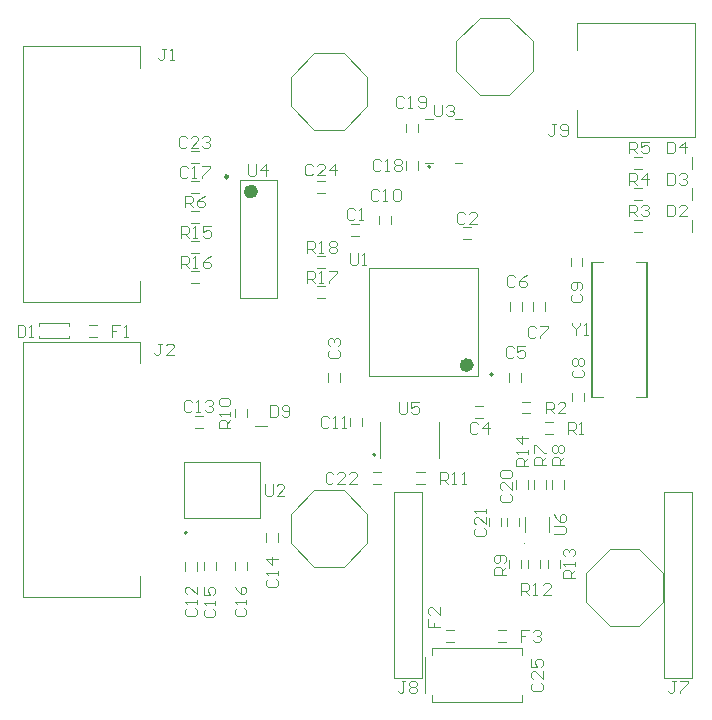
<source format=gto>
G04*
G04 #@! TF.GenerationSoftware,Altium Limited,Altium Designer,20.0.11 (256)*
G04*
G04 Layer_Color=65535*
%FSLAX44Y44*%
%MOMM*%
G71*
G01*
G75*
%ADD10C,0.2000*%
%ADD11C,0.6000*%
%ADD12C,0.2500*%
%ADD13C,0.1000*%
%ADD14C,0.1270*%
D10*
X299250Y212500D02*
G03*
X299250Y212500I-1000J0D01*
G01*
X345800Y456250D02*
G03*
X345800Y456250I-1000J0D01*
G01*
X139501Y146520D02*
G03*
X139501Y146520I-1000J0D01*
G01*
X398501Y280500D02*
G03*
X398501Y280500I-1000J0D01*
G01*
D11*
X196750Y435450D02*
G03*
X196750Y435450I-3000J0D01*
G01*
X379501Y288500D02*
G03*
X379501Y288500I-3000J0D01*
G01*
D12*
X174250Y447900D02*
G03*
X174250Y447900I-1250J0D01*
G01*
D13*
X425629Y137699D02*
G03*
X425629Y137699I-500J0D01*
G01*
X353250Y210000D02*
Y240000D01*
X303250Y210000D02*
Y240000D01*
X143210Y393620D02*
X150210D01*
X143210Y383620D02*
X150210D01*
X143210Y368220D02*
X150210D01*
X143210Y358220D02*
X150210D01*
X249840Y345520D02*
X256840D01*
X249840Y355520D02*
X256840D01*
X249840Y370920D02*
X256840D01*
X249840Y380920D02*
X256840D01*
X249840Y434420D02*
X256840D01*
X249840Y444420D02*
X256840D01*
X341000Y11000D02*
Y41000D01*
X347000Y3000D02*
Y9000D01*
Y3000D02*
X423000D01*
Y9000D01*
Y43000D02*
Y49000D01*
X347000D02*
X423000D01*
X347000Y43000D02*
Y49000D01*
X184250Y344950D02*
X216250D01*
X184250Y444950D02*
X216250D01*
Y344950D02*
Y444950D01*
X184250Y344950D02*
Y444950D01*
X143210Y444420D02*
X150210D01*
X143210Y434420D02*
X150210D01*
X143210Y459820D02*
X150210D01*
X143210Y469820D02*
X150210D01*
X143210Y409020D02*
X150210D01*
X143210Y419020D02*
X150210D01*
X403000Y64000D02*
X410000D01*
X403000Y54000D02*
X410000D01*
X426250Y147420D02*
Y159920D01*
X446250Y147420D02*
Y159920D01*
X459030Y183800D02*
Y190800D01*
X449030Y183800D02*
Y190800D01*
X443790Y183800D02*
Y190800D01*
X433790Y183800D02*
Y190800D01*
X412200Y116490D02*
Y123490D01*
X422200Y116490D02*
Y123490D01*
X428710Y116490D02*
Y123490D01*
X438710Y116490D02*
Y123490D01*
X445220Y116540D02*
Y123540D01*
X455220Y116540D02*
Y123540D01*
X418550Y183800D02*
Y190800D01*
X428550Y183800D02*
Y190800D01*
X56850Y312500D02*
X63850D01*
X56850Y322500D02*
X63850D01*
X359000Y54000D02*
X366000D01*
X359000Y64000D02*
X366000D01*
X367500Y537500D02*
Y562500D01*
Y537500D02*
X387500Y517500D01*
X367500Y562500D02*
X387500Y582500D01*
X412500D01*
X387500Y517500D02*
X412500D01*
X432500Y537500D02*
Y562500D01*
X412500Y517500D02*
X432500Y537500D01*
X412500Y582500D02*
X432500Y562500D01*
X477500Y87500D02*
Y112500D01*
Y87500D02*
X497500Y67500D01*
X477500Y112500D02*
X497500Y132500D01*
X522500D01*
X497500Y67500D02*
X522500D01*
X542500Y87500D02*
Y112500D01*
X522500Y67500D02*
X542500Y87500D01*
X522500Y132500D02*
X542500Y112500D01*
X227500Y137500D02*
Y162500D01*
Y137500D02*
X247500Y117500D01*
X227500Y162500D02*
X247500Y182500D01*
X272500D01*
X247500Y117500D02*
X272500D01*
X292500Y137500D02*
Y162500D01*
X272500Y117500D02*
X292500Y137500D01*
X272500Y182500D02*
X292500Y162500D01*
X227500Y507500D02*
Y532500D01*
Y507500D02*
X247500Y487500D01*
X227500Y532500D02*
X247500Y552500D01*
X272500D01*
X247500Y487500D02*
X272500D01*
X292500Y507500D02*
Y532500D01*
X272500Y487500D02*
X292500Y507500D01*
X272500Y552500D02*
X292500Y532500D01*
X341200Y459400D02*
X347600D01*
X341200Y496600D02*
X347600D01*
X366400Y459400D02*
X372800D01*
X366400Y496600D02*
X372800D01*
X335000Y486000D02*
Y493000D01*
X325000Y486000D02*
Y493000D01*
Y454000D02*
Y461000D01*
X335000Y454000D02*
Y461000D01*
X395690Y152100D02*
Y159100D01*
X405690Y152100D02*
Y159100D01*
X410930Y152100D02*
Y159100D01*
X420930Y152100D02*
Y159100D01*
X297000Y198000D02*
X304000D01*
X297000Y188000D02*
X304000D01*
X334000Y188000D02*
X341000D01*
X334000Y198000D02*
X341000D01*
X470250Y481750D02*
Y504600D01*
Y481750D02*
X569500D01*
Y578250D01*
X470250D02*
X569500D01*
X470250Y555400D02*
Y578250D01*
X314933Y23262D02*
X339063D01*
X314933D02*
Y180742D01*
X339063D01*
Y23262D02*
Y180742D01*
X543533Y23262D02*
X567663D01*
X543533D02*
Y180742D01*
X567663D01*
Y23262D02*
Y180742D01*
X529293Y261520D02*
Y375520D01*
X482293Y261520D02*
Y375520D01*
X491593D01*
X519493Y261520D02*
X529293D01*
X482293D02*
X491593D01*
X519993Y375520D02*
X529293D01*
X201751Y158770D02*
Y206770D01*
X136750Y158770D02*
Y206770D01*
X201751D01*
X136750Y158770D02*
X201751D01*
X386001Y279000D02*
Y371000D01*
X294001Y279000D02*
Y371000D01*
Y279000D02*
X386001D01*
X294001Y371000D02*
X386001D01*
X180501Y244520D02*
Y251520D01*
X190501Y244520D02*
Y251520D01*
X518340Y454740D02*
X525340D01*
X518340Y464740D02*
X525340D01*
X518340Y428070D02*
X525340D01*
X518340Y438070D02*
X525340D01*
X518340Y401400D02*
X525340D01*
X518340Y411400D02*
X525340D01*
X423501Y257563D02*
X430501D01*
X423501Y247563D02*
X430501D01*
X442500Y240000D02*
X449500D01*
X442500Y230000D02*
X449500D01*
X99501Y110000D02*
X99501Y110000D01*
Y91750D02*
Y110000D01*
X99501Y290000D02*
X99501Y290000D01*
Y308250D01*
X501D02*
X99501D01*
X501Y91750D02*
Y308250D01*
Y91750D02*
X99501D01*
X99500Y360000D02*
X99500Y360000D01*
Y341750D02*
Y360000D01*
X99500Y540000D02*
X99500Y540000D01*
Y558250D01*
X500D02*
X99500D01*
X500Y341750D02*
Y558250D01*
Y341750D02*
X99500D01*
X197500Y236522D02*
X207500D01*
X567340Y454740D02*
Y464740D01*
Y428070D02*
Y438070D01*
Y401400D02*
Y411400D01*
X39900Y311000D02*
Y313500D01*
X14400Y311000D02*
X39900D01*
X14400D02*
Y313500D01*
Y321500D02*
Y324000D01*
X39900D01*
Y321500D02*
Y324000D01*
X180501Y114563D02*
Y121562D01*
X190501Y114563D02*
Y121562D01*
X154500Y114563D02*
Y121562D01*
X164500Y114563D02*
Y121562D01*
X217000Y139000D02*
Y146000D01*
X207000Y139000D02*
Y146000D01*
X146501Y235520D02*
X153500D01*
X146501Y245520D02*
X153500D01*
X138000Y114500D02*
Y121500D01*
X148000Y114500D02*
Y121500D01*
X277501Y236520D02*
Y243520D01*
X287500Y236520D02*
Y243520D01*
X312500Y407520D02*
Y414520D01*
X302501Y407520D02*
Y414520D01*
X464501Y372020D02*
Y379020D01*
X474501Y372020D02*
Y379020D01*
X475500Y258020D02*
Y265020D01*
X465500Y258020D02*
Y265020D01*
X432501Y334520D02*
Y341520D01*
X442500Y334520D02*
Y341520D01*
X413501Y334520D02*
Y341520D01*
X423501Y334520D02*
Y341520D01*
X412501Y274520D02*
Y281520D01*
X422501Y274520D02*
Y281520D01*
X383501Y243520D02*
X390500D01*
X383501Y253520D02*
X390500D01*
X259501Y274520D02*
Y281520D01*
X269501Y274520D02*
Y281520D01*
X373501Y395520D02*
X380501D01*
X373501Y405520D02*
X380501D01*
X278501Y407520D02*
X285501D01*
X278501Y397520D02*
X285501D01*
X241504Y383622D02*
Y393618D01*
X246502D01*
X248169Y391952D01*
Y388620D01*
X246502Y386954D01*
X241504D01*
X244836D02*
X248169Y383622D01*
X251501D02*
X254833D01*
X253167D01*
Y393618D01*
X251501Y391952D01*
X259832D02*
X261498Y393618D01*
X264830D01*
X266496Y391952D01*
Y390286D01*
X264830Y388620D01*
X266496Y386954D01*
Y385288D01*
X264830Y383622D01*
X261498D01*
X259832Y385288D01*
Y386954D01*
X261498Y388620D01*
X259832Y390286D01*
Y391952D01*
X261498Y388620D02*
X264830D01*
X241504Y358222D02*
Y368218D01*
X246502D01*
X248169Y366552D01*
Y363220D01*
X246502Y361554D01*
X241504D01*
X244836D02*
X248169Y358222D01*
X251501D02*
X254833D01*
X253167D01*
Y368218D01*
X251501Y366552D01*
X259832Y368218D02*
X266496D01*
Y366552D01*
X259832Y359888D01*
Y358222D01*
X134824Y370922D02*
Y380918D01*
X139822D01*
X141489Y379252D01*
Y375920D01*
X139822Y374254D01*
X134824D01*
X138156D02*
X141489Y370922D01*
X144821D02*
X148153D01*
X146487D01*
Y380918D01*
X144821Y379252D01*
X159816Y380918D02*
X156484Y379252D01*
X153152Y375920D01*
Y372588D01*
X154818Y370922D01*
X158150D01*
X159816Y372588D01*
Y374254D01*
X158150Y375920D01*
X153152D01*
X134824Y396322D02*
Y406318D01*
X139822D01*
X141489Y404652D01*
Y401320D01*
X139822Y399654D01*
X134824D01*
X138156D02*
X141489Y396322D01*
X144821D02*
X148153D01*
X146487D01*
Y406318D01*
X144821Y404652D01*
X159816Y406318D02*
X153152D01*
Y401320D01*
X156484Y402986D01*
X158150D01*
X159816Y401320D01*
Y397988D01*
X158150Y396322D01*
X154818D01*
X153152Y397988D01*
X432668Y19335D02*
X431002Y17669D01*
Y14337D01*
X432668Y12671D01*
X439332D01*
X440998Y14337D01*
Y17669D01*
X439332Y19335D01*
X440998Y29332D02*
Y22668D01*
X434334Y29332D01*
X432668D01*
X431002Y27666D01*
Y24334D01*
X432668Y22668D01*
X431002Y39329D02*
Y32664D01*
X436000D01*
X434334Y35997D01*
Y37663D01*
X436000Y39329D01*
X439332D01*
X440998Y37663D01*
Y34331D01*
X439332Y32664D01*
X246336Y457332D02*
X244669Y458998D01*
X241337D01*
X239671Y457332D01*
Y450668D01*
X241337Y449002D01*
X244669D01*
X246336Y450668D01*
X256332Y449002D02*
X249668D01*
X256332Y455666D01*
Y457332D01*
X254666Y458998D01*
X251334D01*
X249668Y457332D01*
X264663Y449002D02*
Y458998D01*
X259664Y454000D01*
X266329D01*
X450302Y145339D02*
X458632D01*
X460298Y147006D01*
Y150338D01*
X458632Y152004D01*
X450302D01*
Y162001D02*
X451968Y158668D01*
X455300Y155336D01*
X458632D01*
X460298Y157002D01*
Y160334D01*
X458632Y162001D01*
X456966D01*
X455300Y160334D01*
Y155336D01*
X428548Y203404D02*
X418552D01*
Y208402D01*
X420218Y210068D01*
X423550D01*
X425216Y208402D01*
Y203404D01*
Y206736D02*
X428548Y210068D01*
Y213401D02*
Y216733D01*
Y215067D01*
X418552D01*
X420218Y213401D01*
X428548Y226730D02*
X418552D01*
X423550Y221731D01*
Y228396D01*
X467918Y108154D02*
X457922D01*
Y113152D01*
X459588Y114818D01*
X462920D01*
X464586Y113152D01*
Y108154D01*
Y111486D02*
X467918Y114818D01*
Y118151D02*
Y121483D01*
Y119817D01*
X457922D01*
X459588Y118151D01*
Y126481D02*
X457922Y128148D01*
Y131480D01*
X459588Y133146D01*
X461254D01*
X462920Y131480D01*
Y129814D01*
Y131480D01*
X464586Y133146D01*
X466252D01*
X467918Y131480D01*
Y128148D01*
X466252Y126481D01*
X422484Y94062D02*
Y104058D01*
X427482D01*
X429148Y102392D01*
Y99060D01*
X427482Y97394D01*
X422484D01*
X425816D02*
X429148Y94062D01*
X432481D02*
X435813D01*
X434147D01*
Y104058D01*
X432481Y102392D01*
X447476Y94062D02*
X440811D01*
X447476Y100726D01*
Y102392D01*
X445810Y104058D01*
X442478D01*
X440811Y102392D01*
X409498Y111049D02*
X399501D01*
Y116048D01*
X401168Y117714D01*
X404500D01*
X406166Y116048D01*
Y111049D01*
Y114382D02*
X409498Y117714D01*
X407832Y121046D02*
X409498Y122712D01*
Y126045D01*
X407832Y127711D01*
X401168D01*
X399501Y126045D01*
Y122712D01*
X401168Y121046D01*
X402834D01*
X404500Y122712D01*
Y127711D01*
X459028Y203759D02*
X449031D01*
Y208758D01*
X450698Y210424D01*
X454030D01*
X455696Y208758D01*
Y203759D01*
Y207092D02*
X459028Y210424D01*
X450698Y213756D02*
X449031Y215422D01*
Y218755D01*
X450698Y220421D01*
X452364D01*
X454030Y218755D01*
X455696Y220421D01*
X457362D01*
X459028Y218755D01*
Y215422D01*
X457362Y213756D01*
X455696D01*
X454030Y215422D01*
X452364Y213756D01*
X450698D01*
X454030Y215422D02*
Y218755D01*
X443788Y203759D02*
X433792D01*
Y208758D01*
X435458Y210424D01*
X438790D01*
X440456Y208758D01*
Y203759D01*
Y207092D02*
X443788Y210424D01*
X433792Y213756D02*
Y220421D01*
X435458D01*
X442122Y213756D01*
X443788D01*
X137879Y422022D02*
Y432018D01*
X142878D01*
X144544Y430352D01*
Y427020D01*
X142878Y425354D01*
X137879D01*
X141212D02*
X144544Y422022D01*
X154541Y432018D02*
X151208Y430352D01*
X147876Y427020D01*
Y423688D01*
X149542Y422022D01*
X152874D01*
X154541Y423688D01*
Y425354D01*
X152874Y427020D01*
X147876D01*
X429334Y63998D02*
X422669D01*
Y59000D01*
X426002D01*
X422669D01*
Y54002D01*
X432666Y62332D02*
X434332Y63998D01*
X437664D01*
X439331Y62332D01*
Y60666D01*
X437664Y59000D01*
X435998D01*
X437664D01*
X439331Y57334D01*
Y55668D01*
X437664Y54002D01*
X434332D01*
X432666Y55668D01*
X139385Y480852D02*
X137719Y482518D01*
X134387D01*
X132721Y480852D01*
Y474188D01*
X134387Y472522D01*
X137719D01*
X139385Y474188D01*
X149382Y472522D02*
X142718D01*
X149382Y479186D01*
Y480852D01*
X147716Y482518D01*
X144384D01*
X142718Y480852D01*
X152715D02*
X154381Y482518D01*
X157713D01*
X159379Y480852D01*
Y479186D01*
X157713Y477520D01*
X156047D01*
X157713D01*
X159379Y475854D01*
Y474188D01*
X157713Y472522D01*
X154381D01*
X152715Y474188D01*
X344003Y73664D02*
Y67000D01*
X349002D01*
Y70332D01*
Y67000D01*
X354000D01*
Y83661D02*
Y76997D01*
X347336Y83661D01*
X345669D01*
X344003Y81995D01*
Y78663D01*
X345669Y76997D01*
X82914Y322417D02*
X76250D01*
Y317418D01*
X79582D01*
X76250D01*
Y312420D01*
X86247D02*
X89579D01*
X87913D01*
Y322417D01*
X86247Y320751D01*
X319500Y256997D02*
Y248666D01*
X321166Y247000D01*
X324498D01*
X326165Y248666D01*
Y256997D01*
X336161D02*
X329497D01*
Y251998D01*
X332829Y253664D01*
X334495D01*
X336161Y251998D01*
Y248666D01*
X334495Y247000D01*
X331163D01*
X329497Y248666D01*
X191770Y458307D02*
Y449976D01*
X193436Y448310D01*
X196768D01*
X198435Y449976D01*
Y458307D01*
X206765Y448310D02*
Y458307D01*
X201767Y453308D01*
X208431D01*
X349000Y508997D02*
Y500666D01*
X350666Y499000D01*
X353998D01*
X355664Y500666D01*
Y508997D01*
X358997Y507331D02*
X360663Y508997D01*
X363995D01*
X365661Y507331D01*
Y505664D01*
X363995Y503998D01*
X362329D01*
X363995D01*
X365661Y502332D01*
Y500666D01*
X363995Y499000D01*
X360663D01*
X358997Y500666D01*
X354000Y188000D02*
Y197997D01*
X358998D01*
X360664Y196331D01*
Y192998D01*
X358998Y191332D01*
X354000D01*
X357332D02*
X360664Y188000D01*
X363997D02*
X367329D01*
X365663D01*
Y197997D01*
X363997Y196331D01*
X372327Y188000D02*
X375660D01*
X373994D01*
Y197997D01*
X372327Y196331D01*
X452435Y492597D02*
X449102D01*
X450768D01*
Y484266D01*
X449102Y482600D01*
X447436D01*
X445770Y484266D01*
X455767D02*
X457433Y482600D01*
X460765D01*
X462431Y484266D01*
Y490931D01*
X460765Y492597D01*
X457433D01*
X455767Y490931D01*
Y489264D01*
X457433Y487598D01*
X462431D01*
X263664Y196331D02*
X261998Y197997D01*
X258666D01*
X257000Y196331D01*
Y189666D01*
X258666Y188000D01*
X261998D01*
X263664Y189666D01*
X273661Y188000D02*
X266997D01*
X273661Y194664D01*
Y196331D01*
X271995Y197997D01*
X268663D01*
X266997Y196331D01*
X283658Y188000D02*
X276994D01*
X283658Y194664D01*
Y196331D01*
X281992Y197997D01*
X278660D01*
X276994Y196331D01*
X384739Y150175D02*
X383073Y148508D01*
Y145176D01*
X384739Y143510D01*
X391404D01*
X393070Y145176D01*
Y148508D01*
X391404Y150175D01*
X393070Y160171D02*
Y153507D01*
X386405Y160171D01*
X384739D01*
X383073Y158505D01*
Y155173D01*
X384739Y153507D01*
X393070Y163504D02*
Y166836D01*
Y165170D01*
X383073D01*
X384739Y163504D01*
X406329Y179384D02*
X404663Y177718D01*
Y174386D01*
X406329Y172720D01*
X412994D01*
X414660Y174386D01*
Y177718D01*
X412994Y179384D01*
X414660Y189381D02*
Y182717D01*
X407995Y189381D01*
X406329D01*
X404663Y187715D01*
Y184383D01*
X406329Y182717D01*
Y192714D02*
X404663Y194380D01*
Y197712D01*
X406329Y199378D01*
X412994D01*
X414660Y197712D01*
Y194380D01*
X412994Y192714D01*
X406329D01*
X323665Y514331D02*
X321998Y515997D01*
X318666D01*
X317000Y514331D01*
Y507666D01*
X318666Y506000D01*
X321998D01*
X323665Y507666D01*
X326997Y506000D02*
X330329D01*
X328663D01*
Y515997D01*
X326997Y514331D01*
X335327Y507666D02*
X336994Y506000D01*
X340326D01*
X341992Y507666D01*
Y514331D01*
X340326Y515997D01*
X336994D01*
X335327Y514331D01*
Y512664D01*
X336994Y510998D01*
X341992D01*
X303664Y461331D02*
X301998Y462997D01*
X298666D01*
X297000Y461331D01*
Y454666D01*
X298666Y453000D01*
X301998D01*
X303664Y454666D01*
X306997Y453000D02*
X310329D01*
X308663D01*
Y462997D01*
X306997Y461331D01*
X315327D02*
X316994Y462997D01*
X320326D01*
X321992Y461331D01*
Y459664D01*
X320326Y457998D01*
X321992Y456332D01*
Y454666D01*
X320326Y453000D01*
X316994D01*
X315327Y454666D01*
Y456332D01*
X316994Y457998D01*
X315327Y459664D01*
Y461331D01*
X316994Y457998D02*
X320326D01*
X140674Y455371D02*
X139008Y457037D01*
X135676D01*
X134010Y455371D01*
Y448706D01*
X135676Y447040D01*
X139008D01*
X140674Y448706D01*
X144007Y447040D02*
X147339D01*
X145673D01*
Y457037D01*
X144007Y455371D01*
X152337Y457037D02*
X159002D01*
Y455371D01*
X152337Y448706D01*
Y447040D01*
X181669Y82664D02*
X180003Y80998D01*
Y77666D01*
X181669Y76000D01*
X188334D01*
X190000Y77666D01*
Y80998D01*
X188334Y82664D01*
X190000Y85997D02*
Y89329D01*
Y87663D01*
X180003D01*
X181669Y85997D01*
X180003Y100992D02*
X181669Y97660D01*
X185002Y94327D01*
X188334D01*
X190000Y95994D01*
Y99326D01*
X188334Y100992D01*
X186668D01*
X185002Y99326D01*
Y94327D01*
X155425Y82023D02*
X153759Y80357D01*
Y77025D01*
X155425Y75359D01*
X162090D01*
X163756Y77025D01*
Y80357D01*
X162090Y82023D01*
X163756Y85356D02*
Y88688D01*
Y87022D01*
X153759D01*
X155425Y85356D01*
X153759Y100351D02*
Y93686D01*
X158757D01*
X157091Y97019D01*
Y98685D01*
X158757Y100351D01*
X162090D01*
X163756Y98685D01*
Y95352D01*
X162090Y93686D01*
X208669Y107664D02*
X207003Y105998D01*
Y102666D01*
X208669Y101000D01*
X215334D01*
X217000Y102666D01*
Y105998D01*
X215334Y107664D01*
X217000Y110997D02*
Y114329D01*
Y112663D01*
X207003D01*
X208669Y110997D01*
X217000Y124326D02*
X207003D01*
X212002Y119327D01*
Y125992D01*
X143665Y257351D02*
X141999Y259017D01*
X138667D01*
X137001Y257351D01*
Y250686D01*
X138667Y249020D01*
X141999D01*
X143665Y250686D01*
X146997Y249020D02*
X150330D01*
X148664D01*
Y259017D01*
X146997Y257351D01*
X155328D02*
X156994Y259017D01*
X160326D01*
X161992Y257351D01*
Y255685D01*
X160326Y254018D01*
X158660D01*
X160326D01*
X161992Y252352D01*
Y250686D01*
X160326Y249020D01*
X156994D01*
X155328Y250686D01*
X139669Y82664D02*
X138003Y80998D01*
Y77666D01*
X139669Y76000D01*
X146334D01*
X148000Y77666D01*
Y80998D01*
X146334Y82664D01*
X148000Y85997D02*
Y89329D01*
Y87663D01*
X138003D01*
X139669Y85997D01*
X148000Y100992D02*
Y94327D01*
X141335Y100992D01*
X139669D01*
X138003Y99326D01*
Y95994D01*
X139669Y94327D01*
X416166Y302850D02*
X414500Y304516D01*
X411167D01*
X409501Y302850D01*
Y296185D01*
X411167Y294519D01*
X414500D01*
X416166Y296185D01*
X426163Y304516D02*
X419498D01*
Y299517D01*
X422830Y301183D01*
X424496D01*
X426163Y299517D01*
Y296185D01*
X424496Y294519D01*
X421164D01*
X419498Y296185D01*
X386165Y238851D02*
X384499Y240517D01*
X381167D01*
X379501Y238851D01*
Y232186D01*
X381167Y230520D01*
X384499D01*
X386165Y232186D01*
X394496Y230520D02*
Y240517D01*
X389497Y235518D01*
X396162D01*
X260909Y301304D02*
X259243Y299638D01*
Y296306D01*
X260909Y294640D01*
X267574D01*
X269240Y296306D01*
Y299638D01*
X267574Y301304D01*
X260909Y304637D02*
X259243Y306303D01*
Y309635D01*
X260909Y311301D01*
X262575D01*
X264242Y309635D01*
Y307969D01*
Y309635D01*
X265908Y311301D01*
X267574D01*
X269240Y309635D01*
Y306303D01*
X267574Y304637D01*
X374964Y416001D02*
X373298Y417667D01*
X369966D01*
X368300Y416001D01*
Y409336D01*
X369966Y407670D01*
X373298D01*
X374964Y409336D01*
X384961Y407670D02*
X378297D01*
X384961Y414334D01*
Y416001D01*
X383295Y417667D01*
X379963D01*
X378297Y416001D01*
X465500Y323997D02*
Y322331D01*
X468832Y318998D01*
X472164Y322331D01*
Y323997D01*
X468832Y318998D02*
Y314000D01*
X475497D02*
X478829D01*
X477163D01*
Y323997D01*
X475497Y322331D01*
X205501Y187517D02*
Y179186D01*
X207167Y177520D01*
X210499D01*
X212165Y179186D01*
Y187517D01*
X222162Y177520D02*
X215497D01*
X222162Y184184D01*
Y185851D01*
X220496Y187517D01*
X217163D01*
X215497Y185851D01*
X278130Y383377D02*
Y375046D01*
X279796Y373380D01*
X283128D01*
X284795Y375046D01*
Y383377D01*
X288127Y373380D02*
X291459D01*
X289793D01*
Y383377D01*
X288127Y381711D01*
X176500Y235520D02*
X166504D01*
Y240518D01*
X168170Y242185D01*
X171502D01*
X173168Y240518D01*
Y235520D01*
Y238852D02*
X176500Y242185D01*
Y245517D02*
Y248849D01*
Y247183D01*
X166504D01*
X168170Y245517D01*
Y253847D02*
X166504Y255514D01*
Y258846D01*
X168170Y260512D01*
X174834D01*
X176500Y258846D01*
Y255514D01*
X174834Y253847D01*
X168170D01*
X514340Y467740D02*
Y477737D01*
X519338D01*
X521004Y476071D01*
Y472738D01*
X519338Y471072D01*
X514340D01*
X517672D02*
X521004Y467740D01*
X531001Y477737D02*
X524337D01*
Y472738D01*
X527669Y474404D01*
X529335D01*
X531001Y472738D01*
Y469406D01*
X529335Y467740D01*
X526003D01*
X524337Y469406D01*
X514340Y441070D02*
Y451067D01*
X519338D01*
X521004Y449401D01*
Y446068D01*
X519338Y444402D01*
X514340D01*
X517672D02*
X521004Y441070D01*
X529335D02*
Y451067D01*
X524337Y446068D01*
X531001D01*
X514340Y414400D02*
Y424397D01*
X519338D01*
X521004Y422731D01*
Y419398D01*
X519338Y417732D01*
X514340D01*
X517672D02*
X521004Y414400D01*
X524337Y422731D02*
X526003Y424397D01*
X529335D01*
X531001Y422731D01*
Y421064D01*
X529335Y419398D01*
X527669D01*
X529335D01*
X531001Y417732D01*
Y416066D01*
X529335Y414400D01*
X526003D01*
X524337Y416066D01*
X443501Y247563D02*
Y257559D01*
X448499D01*
X450165Y255893D01*
Y252561D01*
X448499Y250895D01*
X443501D01*
X446833D02*
X450165Y247563D01*
X460162D02*
X453497D01*
X460162Y254227D01*
Y255893D01*
X458496Y257559D01*
X455163D01*
X453497Y255893D01*
X462000Y230000D02*
Y239997D01*
X466998D01*
X468665Y238331D01*
Y234998D01*
X466998Y233332D01*
X462000D01*
X465332D02*
X468665Y230000D01*
X471997D02*
X475329D01*
X473663D01*
Y239997D01*
X471997Y238331D01*
X324664Y20997D02*
X321332D01*
X322998D01*
Y12666D01*
X321332Y11000D01*
X319666D01*
X318000Y12666D01*
X327997Y19331D02*
X329663Y20997D01*
X332995D01*
X334661Y19331D01*
Y17665D01*
X332995Y15998D01*
X334661Y14332D01*
Y12666D01*
X332995Y11000D01*
X329663D01*
X327997Y12666D01*
Y14332D01*
X329663Y15998D01*
X327997Y17665D01*
Y19331D01*
X329663Y15998D02*
X332995D01*
X553665Y20997D02*
X550332D01*
X551998D01*
Y12666D01*
X550332Y11000D01*
X548666D01*
X547000Y12666D01*
X556997Y20997D02*
X563661D01*
Y19331D01*
X556997Y12666D01*
Y11000D01*
X118665Y306747D02*
X115332D01*
X116998D01*
Y298416D01*
X115332Y296750D01*
X113666D01*
X112000Y298416D01*
X128661Y296750D02*
X121997D01*
X128661Y303414D01*
Y305081D01*
X126995Y306747D01*
X123663D01*
X121997Y305081D01*
X121915Y556497D02*
X118582D01*
X120248D01*
Y548166D01*
X118582Y546500D01*
X116916D01*
X115250Y548166D01*
X125247Y546500D02*
X128579D01*
X126913D01*
Y556497D01*
X125247Y554831D01*
X209750Y254747D02*
Y244750D01*
X214748D01*
X216415Y246416D01*
Y253081D01*
X214748Y254747D01*
X209750D01*
X219747Y246416D02*
X221413Y244750D01*
X224745D01*
X226411Y246416D01*
Y253081D01*
X224745Y254747D01*
X221413D01*
X219747Y253081D01*
Y251415D01*
X221413Y249748D01*
X226411D01*
X546340Y477737D02*
Y467740D01*
X551338D01*
X553004Y469406D01*
Y476071D01*
X551338Y477737D01*
X546340D01*
X561335Y467740D02*
Y477737D01*
X556337Y472738D01*
X563001D01*
X546340Y451067D02*
Y441070D01*
X551338D01*
X553004Y442736D01*
Y449401D01*
X551338Y451067D01*
X546340D01*
X556337Y449401D02*
X558003Y451067D01*
X561335D01*
X563001Y449401D01*
Y447734D01*
X561335Y446068D01*
X559669D01*
X561335D01*
X563001Y444402D01*
Y442736D01*
X561335Y441070D01*
X558003D01*
X556337Y442736D01*
X546340Y424397D02*
Y414400D01*
X551338D01*
X553004Y416066D01*
Y422731D01*
X551338Y424397D01*
X546340D01*
X563001Y414400D02*
X556337D01*
X563001Y421064D01*
Y422731D01*
X561335Y424397D01*
X558003D01*
X556337Y422731D01*
X-3760Y322417D02*
Y312420D01*
X1238D01*
X2905Y314086D01*
Y320751D01*
X1238Y322417D01*
X-3760D01*
X6237Y312420D02*
X9569D01*
X7903D01*
Y322417D01*
X6237Y320751D01*
X259664Y243331D02*
X257998Y244997D01*
X254666D01*
X253000Y243331D01*
Y236666D01*
X254666Y235000D01*
X257998D01*
X259664Y236666D01*
X262997Y235000D02*
X266329D01*
X264663D01*
Y244997D01*
X262997Y243331D01*
X271327Y235000D02*
X274660D01*
X272994D01*
Y244997D01*
X271327Y243331D01*
X302164Y435852D02*
X300498Y437518D01*
X297166D01*
X295500Y435852D01*
Y429187D01*
X297166Y427521D01*
X300498D01*
X302164Y429187D01*
X305497Y427521D02*
X308829D01*
X307163D01*
Y437518D01*
X305497Y435852D01*
X313827D02*
X315493Y437518D01*
X318826D01*
X320492Y435852D01*
Y429187D01*
X318826Y427521D01*
X315493D01*
X313827Y429187D01*
Y435852D01*
X466170Y348685D02*
X464504Y347018D01*
Y343686D01*
X466170Y342020D01*
X472834D01*
X474501Y343686D01*
Y347018D01*
X472834Y348685D01*
Y352017D02*
X474501Y353683D01*
Y357015D01*
X472834Y358681D01*
X466170D01*
X464504Y357015D01*
Y353683D01*
X466170Y352017D01*
X467836D01*
X469502Y353683D01*
Y358681D01*
X467169Y284685D02*
X465503Y283019D01*
Y279687D01*
X467169Y278021D01*
X473834D01*
X475500Y279687D01*
Y283019D01*
X473834Y284685D01*
X467169Y288017D02*
X465503Y289683D01*
Y293016D01*
X467169Y294682D01*
X468835D01*
X470501Y293016D01*
X472168Y294682D01*
X473834D01*
X475500Y293016D01*
Y289683D01*
X473834Y288017D01*
X472168D01*
X470501Y289683D01*
X468835Y288017D01*
X467169D01*
X470501Y289683D02*
Y293016D01*
X435165Y319851D02*
X433499Y321517D01*
X430167D01*
X428501Y319851D01*
Y313186D01*
X430167Y311520D01*
X433499D01*
X435165Y313186D01*
X438497Y321517D02*
X445162D01*
Y319851D01*
X438497Y313186D01*
Y311520D01*
X417165Y362851D02*
X415499Y364517D01*
X412167D01*
X410501Y362851D01*
Y356186D01*
X412167Y354520D01*
X415499D01*
X417165Y356186D01*
X427162Y364517D02*
X423830Y362851D01*
X420497Y359518D01*
Y356186D01*
X422164Y354520D01*
X425496D01*
X427162Y356186D01*
Y357852D01*
X425496Y359518D01*
X420497D01*
X282164Y419850D02*
X280498Y421516D01*
X277166D01*
X275499Y419850D01*
Y413185D01*
X277166Y411519D01*
X280498D01*
X282164Y413185D01*
X285496Y411519D02*
X288829D01*
X287162D01*
Y421516D01*
X285496Y419850D01*
D14*
X529293Y261520D02*
Y375520D01*
X482293Y261520D02*
Y375520D01*
M02*

</source>
